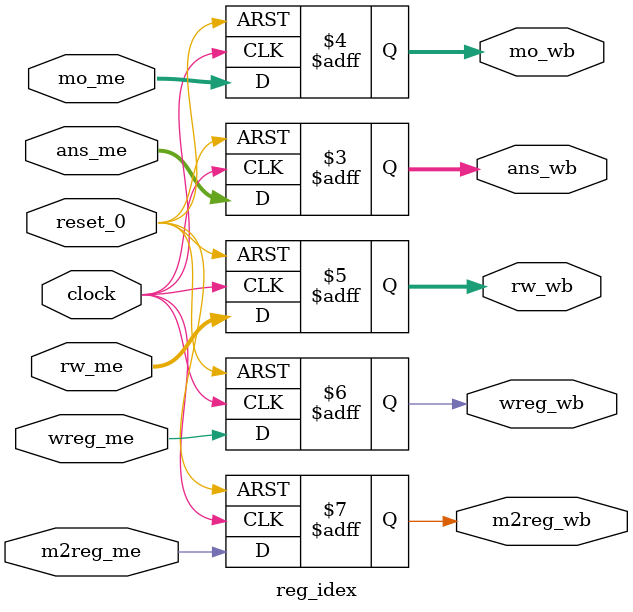
<source format=v>
/*
	
	Computer System (1) ------ Final Project
	MIPS 5-Level Pipeline CPU (Advanced)

	Author: 	Xu Yifei	&	Zhang Yiyi
	Stu. ID:	5130309056	&	5132409031
	Class: 		F1324004(ACM2013)
	College:	Zhiyuan College
	University: Shanghai Jiao Tong University

	File type:	Verilog --- Stage TRS
	File name:	Stage 4-5 --- ME->WB Register

	Version:
        0.1     2015/6/11    Version alpha;
		
*/

module reg_idex (clock, reset_0, ans_me, rw_me, wreg_me, m2reg_me, mo_me,
								 ans_wb, rw_wb, wreg_wb, m2reg_wb, mo_wb);

	input	[31:0]	ans_me, mo_me;
	input 	[4:0]	rw_me;
	input	wreg_me, m2reg_me;
	input	clock, reset_0;

	output	[31:0]	ans_wb, mo_wb;
	output 	[4:0]	rw_wb;
	output	wreg_wb, m2reg_wb;

	reg 	[31:0]	ans_wb, mo_wb;
	reg  	[4:0]	rw_wb;
	reg 	wreg_wb, m2reg_wb;

	always @(negedge reset_0 or posedge clock)
		if (reset_0 == 0) begin
			ans_wb <= 0;
			mo_wb <= 0;
			rw_wb <= 0;
			wreg_wb <= 0;
			m2reg_wb <= 0;
		end else begin
			ans_wb <= ans_me;
			mo_wb <= mo_me;
			rw_wb <= rw_me;
			wreg_wb <= wreg_me;
			m2reg_wb <= m2reg_me;
		end

endmodule
</source>
